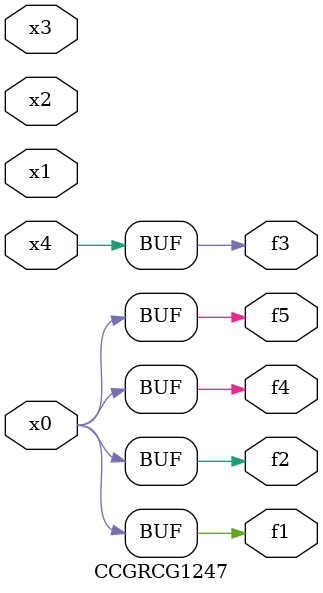
<source format=v>
module CCGRCG1247(
	input x0, x1, x2, x3, x4,
	output f1, f2, f3, f4, f5
);
	assign f1 = x0;
	assign f2 = x0;
	assign f3 = x4;
	assign f4 = x0;
	assign f5 = x0;
endmodule

</source>
